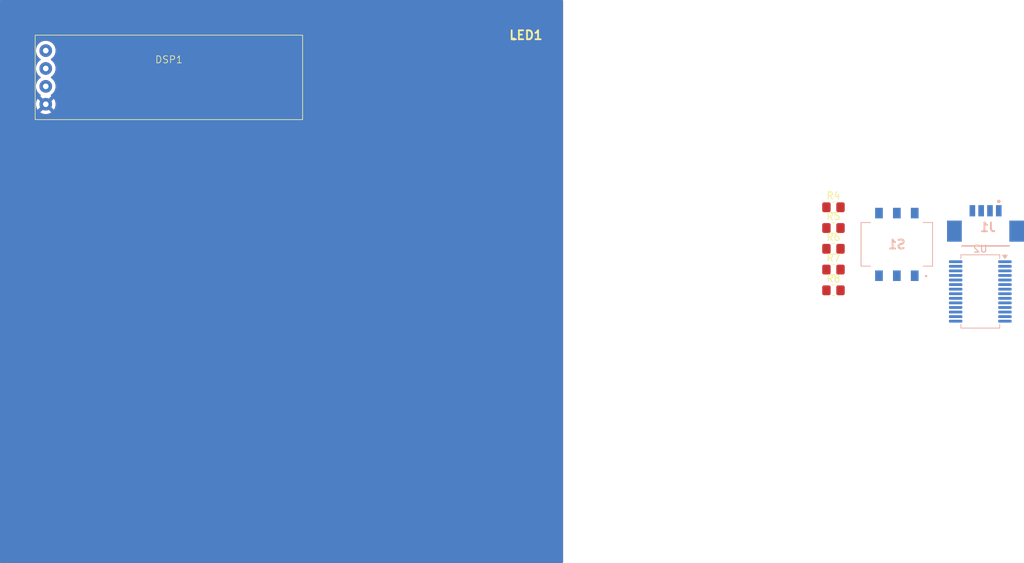
<source format=kicad_pcb>
(kicad_pcb (version 20241229) (generator "pcbnew") (generator_version "9.0")
  (layers (0 "F.Cu" signal) (2 "B.Cu" signal) (13 "F.Paste" user) (15 "B.Paste" user) (5 "F.SilkS" user "F.Silkscreen") (7 "B.SilkS" user "B.Silkscreen") (1 "F.Mask" user) (3 "B.Mask" user) (25 "Edge.Cuts" user))
  (net 0 "")
  (net 2 "GND")
  (net 4 "+5V")
  (net 5 "Net-(U2-SDA)")
  (net 6 "Net-(U2-SCK)")
  (net 7 "Net-(LED1-A_2)")
  (net 8 "Net-(LED1-A_1)")
  (net 9 "Net-(U2-GPA6)")
  (net 10 "Net-(U2-GPA7)")
  (net 11 "Net-(S1-NO_3)")
  (net 12 "Net-(S1-NO_2)")
  (net 13 "Net-(S1-NO_1)")
  (footprint "Resistor_SMD:R_0805_2012Metric_Pad1.20x1.40mm_HandSolder" (layer "F.Cu") (at 138.42 55.35)
    (property "Reference" "R6" (at 0 -1.65 0) (layer "F.SilkS"))
    (property "Value" "10k")
    (fp_line (start -0.227064 -0.735) (end 0.227064 -0.735) (stroke (width 0.12)) (layer "F.SilkS"))
    (fp_line (start -0.227064 0.735) (end 0.227064 0.735) (stroke (width 0.12)) (layer "F.SilkS"))
    (pad "1" smd roundrect (at -1 0) (size 1.2 1.4) (layers "F.Cu" "F.Mask" "F.Paste") (roundrect_rratio 0.208333) (net 2 "GND"))
    (pad "2" smd roundrect (at 1 0) (size 1.2 1.4) (layers "F.Cu" "F.Mask" "F.Paste") (roundrect_rratio 0.208333) (net 11 "Net-(S1-NO_3)"))
  )
  (footprint "Resistor_SMD:R_0805_2012Metric_Pad1.20x1.40mm_HandSolder" (layer "F.Cu") (at 138.42 61.25)
    (property "Reference" "R8" (at 0 -1.65 0) (layer "F.SilkS"))
    (property "Value" "10k")
    (fp_line (start -0.227064 -0.735) (end 0.227064 -0.735) (stroke (width 0.12)) (layer "F.SilkS"))
    (fp_line (start -0.227064 0.735) (end 0.227064 0.735) (stroke (width 0.12)) (layer "F.SilkS"))
    (pad "1" smd roundrect (at -1 0) (size 1.2 1.4) (layers "F.Cu" "F.Mask" "F.Paste") (roundrect_rratio 0.208333) (net 13 "Net-(S1-NO_1)"))
    (pad "2" smd roundrect (at 1 0) (size 1.2 1.4) (layers "F.Cu" "F.Mask" "F.Paste") (roundrect_rratio 0.208333) (net 2 "GND"))
  )
  (footprint "modules:0.91 oLED DSP" (layer "F.Cu") (at 25 25)
    (property "Reference" "DSP1" (at 19 3.47 0) (layer "F.SilkS") (effects (font (thickness 0.1))))
    (property "Value" "~")
    (fp_rect (start 0 0) (end 38 12) (stroke (width 0.1)) (fill no) (layer "F.SilkS"))
    (pad "1" thru_hole circle (at 1.5 9.81) (size 1.8 1.8) (drill 0.8) (layers "*.Cu" "*.Mask") (net 2 "GND"))
    (pad "2" thru_hole circle (at 1.5 7.27) (size 1.8 1.8) (drill 0.8) (layers "*.Cu" "*.Mask") (net 4 "+5V"))
    (pad "3" thru_hole circle (at 1.5 4.73) (size 1.8 1.8) (drill 0.8) (layers "*.Cu" "*.Mask"))
    (pad "4" thru_hole circle (at 1.5 2.19) (size 1.8 1.8) (drill 0.8) (layers "*.Cu" "*.Mask"))
  )
  (footprint "Resistor_SMD:R_0805_2012Metric_Pad1.20x1.40mm_HandSolder" (layer "F.Cu") (at 138.42 52.4)
    (property "Reference" "R5" (at 0 -1.65 0) (layer "F.SilkS"))
    (property "Value" "150")
    (fp_line (start -0.227064 -0.735) (end 0.227064 -0.735) (stroke (width 0.12)) (layer "F.SilkS"))
    (fp_line (start -0.227064 0.735) (end 0.227064 0.735) (stroke (width 0.12)) (layer "F.SilkS"))
    (pad "1" smd roundrect (at -1 0) (size 1.2 1.4) (layers "F.Cu" "F.Mask" "F.Paste") (roundrect_rratio 0.208333) (net 8 "Net-(LED1-A_1)"))
    (pad "2" smd roundrect (at 1 0) (size 1.2 1.4) (layers "F.Cu" "F.Mask" "F.Paste") (roundrect_rratio 0.208333) (net 10 "Net-(U2-GPA7)"))
  )
  (footprint "Resistor_SMD:R_0805_2012Metric_Pad1.20x1.40mm_HandSolder" (layer "F.Cu") (at 138.42 49.45)
    (property "Reference" "R4" (at 0 -1.65 0) (layer "F.SilkS"))
    (property "Value" "150")
    (fp_line (start -0.227064 -0.735) (end 0.227064 -0.735) (stroke (width 0.12)) (layer "F.SilkS"))
    (fp_line (start -0.227064 0.735) (end 0.227064 0.735) (stroke (width 0.12)) (layer "F.SilkS"))
    (pad "1" smd roundrect (at -1 0) (size 1.2 1.4) (layers "F.Cu" "F.Mask" "F.Paste") (roundrect_rratio 0.208333) (net 7 "Net-(LED1-A_2)"))
    (pad "2" smd roundrect (at 1 0) (size 1.2 1.4) (layers "F.Cu" "F.Mask" "F.Paste") (roundrect_rratio 0.208333) (net 9 "Net-(U2-GPA6)"))
  )
  (footprint "modules:LED GreenRed APHBM2012SURKCGKC" (layer "F.Cu") (at 95 25 180)
    (property "Reference" "LED1" (at 0.274999 0 0) (layer "F.SilkS") (effects (font (size 1.27 1.27) (thickness 0.254))))
    (property "Value" "Board LED" (hide yes))
    (fp_line (start 2 -0.5) (end 2 -0.5) (stroke (width 0.3)) (layer "F.SilkS"))
    (fp_line (start 2 -0.600001) (end 2 -0.600001) (stroke (width 0.3)) (layer "F.SilkS"))
    (fp_arc (start 2 -0.5) (mid 1.95 -0.55) (end 2 -0.600001) (stroke (width 0.3)) (layer "F.SilkS"))
    (fp_arc (start 2 -0.600001) (mid 2.05 -0.55) (end 2 -0.5) (stroke (width 0.3)) (layer "F.SilkS"))
    (pad "1" smd rect (at 0.9 -0.475 270) (size 0.6 1.2) (layers "F.Cu" "F.Mask" "F.Paste") (net 8 "Net-(LED1-A_1)"))
    (pad "2" smd rect (at -0.9 -0.475 270) (size 0.6 1.2) (layers "F.Cu" "F.Mask" "F.Paste") (net 2 "GND"))
    (pad "3" smd rect (at -0.9 0.475 270) (size 0.6 1.2) (layers "F.Cu" "F.Mask" "F.Paste") (net 2 "GND"))
    (pad "4" smd rect (at 0.9 0.475 270) (size 0.6 1.2) (layers "F.Cu" "F.Mask" "F.Paste") (net 7 "Net-(LED1-A_2)"))
  )
  (footprint "Resistor_SMD:R_0805_2012Metric_Pad1.20x1.40mm_HandSolder" (layer "F.Cu") (at 138.42 58.3)
    (property "Reference" "R7" (at 0 -1.65 0) (layer "F.SilkS"))
    (property "Value" "10k")
    (fp_line (start -0.227064 -0.735) (end 0.227064 -0.735) (stroke (width 0.12)) (layer "F.SilkS"))
    (fp_line (start -0.227064 0.735) (end 0.227064 0.735) (stroke (width 0.12)) (layer "F.SilkS"))
    (pad "1" smd roundrect (at -1 0) (size 1.2 1.4) (layers "F.Cu" "F.Mask" "F.Paste") (roundrect_rratio 0.208333) (net 2 "GND"))
    (pad "2" smd roundrect (at 1 0) (size 1.2 1.4) (layers "F.Cu" "F.Mask" "F.Paste") (roundrect_rratio 0.208333) (net 12 "Net-(S1-NO_2)"))
  )
  (footprint "modules:DS04254203BKSMT" (layer "B.Cu") (at 147.425 54.725 180)
    (property "Reference" "S1" (at 0 0 0) (layer "B.SilkS") (effects (font (size 1.27 1.27) (thickness 0.254)) (justify mirror)))
    (property "Value" "DS04-254-2-03BK-SMT" (hide yes))
    (fp_line (start 5.08 3.1) (end 5.08 3.1) (stroke (width 0.1)) (layer "B.SilkS"))
    (fp_line (start 5.08 3.1) (end 5.08 3.1) (stroke (width 0.1)) (layer "B.SilkS"))
    (fp_line (start 5.08 3.1) (end 5.08 -3.1) (stroke (width 0.1)) (layer "B.SilkS"))
    (fp_line (start 5.08 3.1) (end 3.75 3.1) (stroke (width 0.1)) (layer "B.SilkS"))
    (fp_line (start 5.08 -3.1) (end 5.08 3.1) (stroke (width 0.1)) (layer "B.SilkS"))
    (fp_line (start 5.08 -3.1) (end 5.08 -3.1) (stroke (width 0.1)) (layer "B.SilkS"))
    (fp_line (start 5 -3.1) (end 5 -3.1) (stroke (width 0.1)) (layer "B.SilkS"))
    (fp_line (start 5 -3.1) (end 3.75 -3.1) (stroke (width 0.1)) (layer "B.SilkS"))
    (fp_line (start 3.75 3.1) (end 5.08 3.1) (stroke (width 0.1)) (layer "B.SilkS"))
    (fp_line (start 3.75 3.1) (end 3.75 3.1) (stroke (width 0.1)) (layer "B.SilkS"))
    (fp_line (start 3.75 -3.1) (end 5 -3.1) (stroke (width 0.1)) (layer "B.SilkS"))
    (fp_line (start 3.75 -3.1) (end 3.75 -3.1) (stroke (width 0.1)) (layer "B.SilkS"))
    (fp_line (start -3.75 3.1) (end -3.75 3.1) (stroke (width 0.1)) (layer "B.SilkS"))
    (fp_line (start -3.75 3.1) (end -5.08 3.1) (stroke (width 0.1)) (layer "B.SilkS"))
    (fp_line (start -3.75 -3.1) (end -3.75 -3.1) (stroke (width 0.1)) (layer "B.SilkS"))
    (fp_line (start -3.75 -3.1) (end -5.08 -3.1) (stroke (width 0.1)) (layer "B.SilkS"))
    (fp_line (start -4.1 -4.5) (end -4.1 -4.5) (stroke (width 0.2)) (layer "B.SilkS"))
    (fp_line (start -4.2 -4.5) (end -4.2 -4.5) (stroke (width 0.2)) (layer "B.SilkS"))
    (fp_line (start -4.2 -4.5) (end -4.2 -4.5) (stroke (width 0.2)) (layer "B.SilkS"))
    (fp_line (start -5.08 3.1) (end -3.75 3.1) (stroke (width 0.1)) (layer "B.SilkS"))
    (fp_line (start -5.08 3.1) (end -5.08 3.1) (stroke (width 0.1)) (layer "B.SilkS"))
    (fp_line (start -5.08 3.1) (end -5.08 3.1) (stroke (width 0.1)) (layer "B.SilkS"))
    (fp_line (start -5.08 3.1) (end -5.08 -3.1) (stroke (width 0.1)) (layer "B.SilkS"))
    (fp_line (start -5.08 -3.1) (end -3.75 -3.1) (stroke (width 0.1)) (layer "B.SilkS"))
    (fp_line (start -5.08 -3.1) (end -5.08 3.1) (stroke (width 0.1)) (layer "B.SilkS"))
    (fp_line (start -5.08 -3.1) (end -5.08 -3.1) (stroke (width 0.1)) (layer "B.SilkS"))
    (fp_line (start -5.08 -3.1) (end -5.08 -3.1) (stroke (width 0.1)) (layer "B.SilkS"))
    (fp_arc (start -4.1 -4.5) (mid -4.15 -4.45) (end -4.2 -4.5) (stroke (width 0.2)) (layer "B.SilkS"))
    (fp_arc (start -4.2 -4.5) (mid -4.15 -4.55) (end -4.1 -4.5) (stroke (width 0.2)) (layer "B.SilkS"))
    (fp_arc (start -4.2 -4.5) (mid -4.15 -4.55) (end -4.1 -4.5) (stroke (width 0.2)) (layer "B.SilkS"))
    (pad "1" smd rect (at -2.54 -4.45 180) (size 1.1 1.5) (layers "B.Cu" "B.Mask" "B.Paste") (net 4 "+5V"))
    (pad "2" smd rect (at -2.54 4.45 180) (size 1.1 1.5) (layers "B.Cu" "B.Mask" "B.Paste") (net 13 "Net-(S1-NO_1)"))
    (pad "3" smd rect (at 0 -4.45 180) (size 1.1 1.5) (layers "B.Cu" "B.Mask" "B.Paste") (net 4 "+5V"))
    (pad "4" smd rect (at 0 4.45 180) (size 1.1 1.5) (layers "B.Cu" "B.Mask" "B.Paste") (net 12 "Net-(S1-NO_2)"))
    (pad "5" smd rect (at 2.54 -4.45 180) (size 1.1 1.5) (layers "B.Cu" "B.Mask" "B.Paste") (net 4 "+5V"))
    (pad "6" smd rect (at 2.54 4.45 180) (size 1.1 1.5) (layers "B.Cu" "B.Mask" "B.Paste") (net 11 "Net-(S1-NO_3)"))
  )
  (footprint "modules:PicoBlade 4pin 53261-0471" (layer "B.Cu") (at 160.03 50.743 180)
    (property "Reference" "J1" (at -0.324 -1.541 0) (layer "B.SilkS") (effects (font (size 1.27 1.27) (thickness 0.254)) (justify mirror)))
    (property "Value" "53261-0471" (hide yes))
    (fp_line (start -3.375 -4.2) (end 3.375 -4.2) (stroke (width 0.2)) (layer "B.SilkS"))
    (fp_circle (center -1.879 2.116) (end -1.879 2.064) (stroke (width 0.2)) (fill no) (layer "B.SilkS"))
    (pad "1" smd rect (at -1.875 0.8 180) (size 0.8 1.6) (layers "B.Cu" "B.Mask" "B.Paste") (net 4 "+5V"))
    (pad "2" smd rect (at -0.625 0.8 180) (size 0.8 1.6) (layers "B.Cu" "B.Mask" "B.Paste") (net 2 "GND"))
    (pad "3" smd rect (at 0.625 0.8 180) (size 0.8 1.6) (layers "B.Cu" "B.Mask" "B.Paste") (net 5 "Net-(U2-SDA)"))
    (pad "4" smd rect (at 1.875 0.8 180) (size 0.8 1.6) (layers "B.Cu" "B.Mask" "B.Paste") (net 6 "Net-(U2-SCK)"))
    (pad "5" smd rect (at 4.425 -2.1 180) (size 2.1 3) (layers "B.Cu" "B.Mask" "B.Paste"))
    (pad "6" smd rect (at -4.425 -2.1 180) (size 2.1 3) (layers "B.Cu" "B.Mask" "B.Paste"))
  )
  (footprint "Package_SO:SSOP-28_5.3x10.2mm_P0.65mm" (layer "B.Cu") (at 159.28 61.41 180)
    (property "Reference" "U2" (at 0 6.05 0) (layer "B.SilkS") (effects (justify mirror)))
    (property "Value" "MCP23017_SS")
    (fp_line (start 2.76 5.21) (end 2.76 4.685) (stroke (width 0.12)) (layer "B.SilkS"))
    (fp_line (start 2.76 -4.685) (end 2.76 -5.21) (stroke (width 0.12)) (layer "B.SilkS"))
    (fp_line (start 2.76 -5.21) (end -2.76 -5.21) (stroke (width 0.12)) (layer "B.SilkS"))
    (fp_line (start -2.76 5.21) (end 2.76 5.21) (stroke (width 0.12)) (layer "B.SilkS"))
    (fp_line (start -2.76 4.685) (end -2.76 5.21) (stroke (width 0.12)) (layer "B.SilkS"))
    (fp_line (start -2.76 -5.21) (end -2.76 -4.685) (stroke (width 0.12)) (layer "B.SilkS"))
    (fp_poly (pts (xy -3.5 4.69) (xy -3.84 5.16) (xy -3.16 5.16)) (stroke (width 0.12)) (fill yes) (layer "B.SilkS"))
    (pad "1" smd roundrect (at -3.5 4.225 180) (size 1.9 0.4) (layers "B.Cu" "B.Mask" "B.Paste"))
    (pad "2" smd roundrect (at -3.5 3.575 180) (size 1.9 0.4) (layers "B.Cu" "B.Mask" "B.Paste"))
    (pad "3" smd roundrect (at -3.5 2.925 180) (size 1.9 0.4) (layers "B.Cu" "B.Mask" "B.Paste"))
    (pad "4" smd roundrect (at -3.5 2.275 180) (size 1.9 0.4) (layers "B.Cu" "B.Mask" "B.Paste"))
    (pad "5" smd roundrect (at -3.5 1.625 180) (size 1.9 0.4) (layers "B.Cu" "B.Mask" "B.Paste"))
    (pad "6" smd roundrect (at -3.5 0.975 180) (size 1.9 0.4) (layers "B.Cu" "B.Mask" "B.Paste"))
    (pad "7" smd roundrect (at -3.5 0.325 180) (size 1.9 0.4) (layers "B.Cu" "B.Mask" "B.Paste"))
    (pad "8" smd roundrect (at -3.5 -0.325 180) (size 1.9 0.4) (layers "B.Cu" "B.Mask" "B.Paste"))
    (pad "9" smd roundrect (at -3.5 -0.975 180) (size 1.9 0.4) (layers "B.Cu" "B.Mask" "B.Paste") (net 4 "+5V"))
    (pad "10" smd roundrect (at -3.5 -1.625 180) (size 1.9 0.4) (layers "B.Cu" "B.Mask" "B.Paste") (net 2 "GND"))
    (pad "11" smd roundrect (at -3.5 -2.275 180) (size 1.9 0.4) (layers "B.Cu" "B.Mask" "B.Paste"))
    (pad "12" smd roundrect (at -3.5 -2.925 180) (size 1.9 0.4) (layers "B.Cu" "B.Mask" "B.Paste") (net 6 "Net-(U2-SCK)"))
    (pad "13" smd roundrect (at -3.5 -3.575 180) (size 1.9 0.4) (layers "B.Cu" "B.Mask" "B.Paste") (net 5 "Net-(U2-SDA)"))
    (pad "14" smd roundrect (at -3.5 -4.225 180) (size 1.9 0.4) (layers "B.Cu" "B.Mask" "B.Paste"))
    (pad "15" smd roundrect (at 3.5 -4.225 180) (size 1.9 0.4) (layers "B.Cu" "B.Mask" "B.Paste") (net 11 "Net-(S1-NO_3)"))
    (pad "16" smd roundrect (at 3.5 -3.575 180) (size 1.9 0.4) (layers "B.Cu" "B.Mask" "B.Paste") (net 12 "Net-(S1-NO_2)"))
    (pad "17" smd roundrect (at 3.5 -2.925 180) (size 1.9 0.4) (layers "B.Cu" "B.Mask" "B.Paste") (net 13 "Net-(S1-NO_1)"))
    (pad "18" smd roundrect (at 3.5 -2.275 180) (size 1.9 0.4) (layers "B.Cu" "B.Mask" "B.Paste") (net 4 "+5V"))
    (pad "19" smd roundrect (at 3.5 -1.625 180) (size 1.9 0.4) (layers "B.Cu" "B.Mask" "B.Paste"))
    (pad "20" smd roundrect (at 3.5 -0.975 180) (size 1.9 0.4) (layers "B.Cu" "B.Mask" "B.Paste"))
    (pad "21" smd roundrect (at 3.5 -0.325 180) (size 1.9 0.4) (layers "B.Cu" "B.Mask" "B.Paste"))
    (pad "22" smd roundrect (at 3.5 0.325 180) (size 1.9 0.4) (layers "B.Cu" "B.Mask" "B.Paste"))
    (pad "23" smd roundrect (at 3.5 0.975 180) (size 1.9 0.4) (layers "B.Cu" "B.Mask" "B.Paste"))
    (pad "24" smd roundrect (at 3.5 1.625 180) (size 1.9 0.4) (layers "B.Cu" "B.Mask" "B.Paste"))
    (pad "25" smd roundrect (at 3.5 2.275 180) (size 1.9 0.4) (layers "B.Cu" "B.Mask" "B.Paste"))
    (pad "26" smd roundrect (at 3.5 2.925 180) (size 1.9 0.4) (layers "B.Cu" "B.Mask" "B.Paste"))
    (pad "27" smd roundrect (at 3.5 3.575 180) (size 1.9 0.4) (layers "B.Cu" "B.Mask" "B.Paste") (net 9 "Net-(U2-GPA6)"))
    (pad "28" smd roundrect (at 3.5 4.225 180) (size 1.9 0.4) (layers "B.Cu" "B.Mask" "B.Paste") (net 10 "Net-(U2-GPA7)"))
  )
  (zone (net 2) (net_name "GND") (layers "F.Cu" "B.Cu") (connect_pads (clearance 0.5)) (min_thickness 0.25) (fill yes (thermal_gap 0.5) (thermal_bridge_width 0.5) (island_removal_mode 1) (island_area_min 10))
    (polygon (pts (xy 20 20) (xy 100 20) (xy 100 100) (xy 20 100)))
  )
)
</source>
